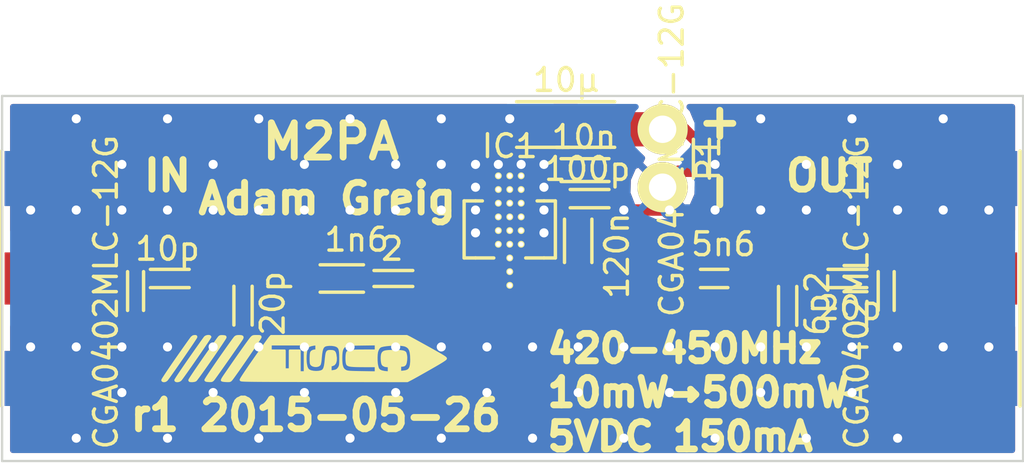
<source format=kicad_pcb>
(kicad_pcb (version 4) (host pcbnew 0.201505031001+5637~23~ubuntu14.04.1-product)

  (general
    (links 58)
    (no_connects 0)
    (area 114.08481 77.175 164.015191 95.050001)
    (thickness 1.6)
    (drawings 15)
    (tracks 244)
    (zones 0)
    (modules 19)
    (nets 10)
  )

  (page A4)
  (title_block
    (title "Martlet 2 RF PA")
    (date "Sat 23 May 2015")
    (rev 1)
    (company "Cambridge University Spaceflight")
    (comment 1 "Drawn By: Adam Greig")
  )

  (layers
    (0 F.Cu signal)
    (31 B.Cu signal hide)
    (32 B.Adhes user)
    (33 F.Adhes user)
    (34 B.Paste user)
    (35 F.Paste user)
    (36 B.SilkS user)
    (37 F.SilkS user)
    (38 B.Mask user)
    (39 F.Mask user)
    (40 Dwgs.User user)
    (41 Cmts.User user)
    (42 Eco1.User user)
    (43 Eco2.User user)
    (44 Edge.Cuts user)
    (45 Margin user)
    (46 B.CrtYd user)
    (47 F.CrtYd user)
    (48 B.Fab user)
    (49 F.Fab user)
  )

  (setup
    (last_trace_width 0.5)
    (user_trace_width 0.2)
    (user_trace_width 0.28)
    (user_trace_width 0.3)
    (user_trace_width 0.4)
    (user_trace_width 0.5)
    (user_trace_width 0.8)
    (user_trace_width 1)
    (user_trace_width 1.2)
    (user_trace_width 1.5)
    (user_trace_width 2)
    (trace_clearance 0.2)
    (zone_clearance 0.3)
    (zone_45_only no)
    (trace_min 0.2)
    (segment_width 0.6)
    (edge_width 0.1)
    (via_size 0.8)
    (via_drill 0.4)
    (via_min_size 0.8)
    (via_min_drill 0.4)
    (user_via 0.8 0.4)
    (user_via 1 0.6)
    (uvia_size 0.3)
    (uvia_drill 0.1)
    (uvias_allowed no)
    (uvia_min_size 0.2)
    (uvia_min_drill 0.1)
    (pcb_text_width 0.3)
    (pcb_text_size 1.5 1.5)
    (mod_edge_width 0.15)
    (mod_text_size 1 1)
    (mod_text_width 0.15)
    (pad_size 0.6 0.6)
    (pad_drill 0)
    (pad_to_mask_clearance 0)
    (aux_axis_origin 0 0)
    (visible_elements FFFFFF5F)
    (pcbplotparams
      (layerselection 0x010f0_80000001)
      (usegerberextensions true)
      (excludeedgelayer true)
      (linewidth 0.100000)
      (plotframeref false)
      (viasonmask false)
      (mode 1)
      (useauxorigin false)
      (hpglpennumber 1)
      (hpglpenspeed 20)
      (hpglpendiameter 15)
      (hpglpenoverlay 2)
      (psnegative false)
      (psa4output false)
      (plotreference false)
      (plotvalue false)
      (plotinvisibletext false)
      (padsonsilk false)
      (subtractmaskfromsilk false)
      (outputformat 1)
      (mirror false)
      (drillshape 0)
      (scaleselection 1)
      (outputdirectory gerbers/))
  )

  (net 0 "")
  (net 1 "Net-(C1-Pad1)")
  (net 2 "Net-(C1-Pad2)")
  (net 3 GND)
  (net 4 +5V)
  (net 5 "Net-(C5-Pad2)")
  (net 6 "Net-(C7-Pad2)")
  (net 7 "Net-(IC1-Pad1)")
  (net 8 "Net-(IC1-Pad3)")
  (net 9 "Net-(L1-Pad1)")

  (net_class Default "This is the default net class."
    (clearance 0.2)
    (trace_width 0.25)
    (via_dia 0.8)
    (via_drill 0.4)
    (uvia_dia 0.3)
    (uvia_drill 0.1)
    (add_net +5V)
    (add_net GND)
    (add_net "Net-(C1-Pad1)")
    (add_net "Net-(C1-Pad2)")
    (add_net "Net-(C5-Pad2)")
    (add_net "Net-(C7-Pad2)")
    (add_net "Net-(IC1-Pad1)")
    (add_net "Net-(IC1-Pad3)")
    (add_net "Net-(L1-Pad1)")
  )

  (module m2pa:C0402 (layer F.Cu) (tedit 53CD9C5E) (tstamp 55607FF7)
    (at 124.6 87 180)
    (path /537B564F)
    (fp_text reference C1 (at 0.4 -1.25 180) (layer F.SilkS) hide
      (effects (font (size 1 1) (thickness 0.15)))
    )
    (fp_text value 10p (at 0.6 1.3 180) (layer F.SilkS)
      (effects (font (size 1 1) (thickness 0.15)))
    )
    (fp_line (start -0.35 0.4) (end 1.35 0.4) (layer F.SilkS) (width 0.15))
    (fp_line (start -0.35 -0.4) (end 1.35 -0.4) (layer F.SilkS) (width 0.15))
    (pad 1 smd rect (at 0 0 180) (size 0.6 0.6) (layers F.Cu F.Paste F.Mask)
      (net 1 "Net-(C1-Pad1)"))
    (pad 2 smd rect (at 1 0 180) (size 0.6 0.6) (layers F.Cu F.Paste F.Mask)
      (net 2 "Net-(C1-Pad2)"))
  )

  (module m2pa:C0402 locked (layer F.Cu) (tedit 55609496) (tstamp 55607FFF)
    (at 127.31 88.69 90)
    (path /537B56E0)
    (fp_text reference C2 (at 0.4 -1.25 90) (layer F.SilkS) hide
      (effects (font (size 1 1) (thickness 0.15)))
    )
    (fp_text value 20p (at 0.6 1.3 90) (layer F.SilkS)
      (effects (font (size 1 1) (thickness 0.15)))
    )
    (fp_line (start -0.35 0.4) (end 1.35 0.4) (layer F.SilkS) (width 0.15))
    (fp_line (start -0.35 -0.4) (end 1.35 -0.4) (layer F.SilkS) (width 0.15))
    (pad 1 smd rect (at 0 0 90) (size 0.6 0.6) (layers F.Cu F.Paste F.Mask)
      (net 3 GND) (zone_connect 2))
    (pad 2 smd rect (at 1 0 90) (size 0.6 0.6) (layers F.Cu F.Paste F.Mask)
      (net 1 "Net-(C1-Pad1)"))
  )

  (module m2pa:C0402 (layer F.Cu) (tedit 53CD9C5E) (tstamp 55608007)
    (at 143 83.5 180)
    (path /537B5BFF)
    (fp_text reference C3 (at 0.4 -1.25 180) (layer F.SilkS) hide
      (effects (font (size 1 1) (thickness 0.15)))
    )
    (fp_text value 100p (at 0.6 1.3 180) (layer F.SilkS)
      (effects (font (size 1 1) (thickness 0.15)))
    )
    (fp_line (start -0.35 0.4) (end 1.35 0.4) (layer F.SilkS) (width 0.15))
    (fp_line (start -0.35 -0.4) (end 1.35 -0.4) (layer F.SilkS) (width 0.15))
    (pad 1 smd rect (at 0 0 180) (size 0.6 0.6) (layers F.Cu F.Paste F.Mask)
      (net 4 +5V))
    (pad 2 smd rect (at 1 0 180) (size 0.6 0.6) (layers F.Cu F.Paste F.Mask)
      (net 3 GND))
  )

  (module m2pa:C0603 (layer F.Cu) (tedit 53CD4DE5) (tstamp 5560800F)
    (at 143 82.25 180)
    (path /537B5C80)
    (fp_text reference C4 (at 0.7 -1.35 180) (layer F.SilkS) hide
      (effects (font (size 1 1) (thickness 0.15)))
    )
    (fp_text value 10n (at 0.75 1.45 180) (layer F.SilkS)
      (effects (font (size 1 1) (thickness 0.15)))
    )
    (fp_line (start 1.75 0.5) (end -0.35 0.5) (layer F.SilkS) (width 0.15))
    (fp_line (start -0.35 -0.5) (end 1.75 -0.5) (layer F.SilkS) (width 0.15))
    (pad 1 smd rect (at 0 0 180) (size 0.7 0.8) (layers F.Cu F.Paste F.Mask)
      (net 4 +5V))
    (pad 2 smd rect (at 1.4 0 180) (size 0.7 0.8) (layers F.Cu F.Paste F.Mask)
      (net 3 GND))
  )

  (module m2pa:C0402 locked (layer F.Cu) (tedit 5560948F) (tstamp 55608017)
    (at 151.18 88.7 90)
    (path /537B5A1A)
    (fp_text reference C5 (at 0.4 -1.25 90) (layer F.SilkS) hide
      (effects (font (size 1 1) (thickness 0.15)))
    )
    (fp_text value 6p2 (at 0.6 1.3 90) (layer F.SilkS)
      (effects (font (size 1 1) (thickness 0.15)))
    )
    (fp_line (start -0.35 0.4) (end 1.35 0.4) (layer F.SilkS) (width 0.15))
    (fp_line (start -0.35 -0.4) (end 1.35 -0.4) (layer F.SilkS) (width 0.15))
    (pad 1 smd rect (at 0 0 90) (size 0.6 0.6) (layers F.Cu F.Paste F.Mask)
      (net 3 GND) (zone_connect 2))
    (pad 2 smd rect (at 1 0 90) (size 0.6 0.6) (layers F.Cu F.Paste F.Mask)
      (net 5 "Net-(C5-Pad2)"))
  )

  (module m2pa:C1206 (layer F.Cu) (tedit 53CD9DEC) (tstamp 5560801F)
    (at 143 80.25 180)
    (path /537BBE5B)
    (fp_text reference C6 (at 1.4 -1.85 180) (layer F.SilkS) hide
      (effects (font (size 1 1) (thickness 0.15)))
    )
    (fp_text value 10µ (at 1.5 1.95 180) (layer F.SilkS)
      (effects (font (size 1 1) (thickness 0.15)))
    )
    (fp_line (start -0.6 1) (end 3.7 1) (layer F.SilkS) (width 0.15))
    (fp_line (start -0.6 -1) (end 3.7 -1) (layer F.SilkS) (width 0.15))
    (pad 1 smd rect (at 0 0 180) (size 1.2 1.7) (layers F.Cu F.Paste F.Mask)
      (net 4 +5V))
    (pad 2 smd rect (at 3.1 0 180) (size 1.2 1.7) (layers F.Cu F.Paste F.Mask)
      (net 3 GND))
  )

  (module m2pa:C0402 (layer F.Cu) (tedit 53CD9C5E) (tstamp 55608027)
    (at 153.3 87)
    (path /537B5AA3)
    (fp_text reference C7 (at 0.4 -1.25) (layer F.SilkS) hide
      (effects (font (size 1 1) (thickness 0.15)))
    )
    (fp_text value 20p (at 0.6 1.3) (layer F.SilkS)
      (effects (font (size 1 1) (thickness 0.15)))
    )
    (fp_line (start -0.35 0.4) (end 1.35 0.4) (layer F.SilkS) (width 0.15))
    (fp_line (start -0.35 -0.4) (end 1.35 -0.4) (layer F.SilkS) (width 0.15))
    (pad 1 smd rect (at 0 0) (size 0.6 0.6) (layers F.Cu F.Paste F.Mask)
      (net 5 "Net-(C5-Pad2)"))
    (pad 2 smd rect (at 1 0) (size 0.6 0.6) (layers F.Cu F.Paste F.Mask)
      (net 6 "Net-(C7-Pad2)"))
  )

  (module m2pa:R0402 (layer F.Cu) (tedit 53CDA370) (tstamp 5560802F)
    (at 122.6 87 270)
    (path /55607F4A)
    (fp_text reference D1 (at 0.4 -1.25 270) (layer F.SilkS) hide
      (effects (font (size 1 1) (thickness 0.15)))
    )
    (fp_text value CGA0402MLC-12G (at 0.6 1.3 270) (layer F.SilkS)
      (effects (font (size 1 1) (thickness 0.15)))
    )
    (fp_line (start -0.3 0.35) (end 1.4 0.35) (layer F.SilkS) (width 0.15))
    (fp_line (start -0.3 -0.35) (end 1.4 -0.35) (layer F.SilkS) (width 0.15))
    (pad 1 smd rect (at 0 0 270) (size 0.6 0.5) (layers F.Cu F.Paste F.Mask)
      (net 2 "Net-(C1-Pad2)"))
    (pad 2 smd rect (at 1.1 0 270) (size 0.6 0.5) (layers F.Cu F.Paste F.Mask)
      (net 3 GND))
  )

  (module m2pa:R0402 (layer F.Cu) (tedit 53CDA370) (tstamp 55608037)
    (at 155.5 87 270)
    (path /53D02CEB)
    (fp_text reference D2 (at 0.4 -1.25 270) (layer F.SilkS) hide
      (effects (font (size 1 1) (thickness 0.15)))
    )
    (fp_text value CGA0402MLC-12G (at 0.6 1.3 270) (layer F.SilkS)
      (effects (font (size 1 1) (thickness 0.15)))
    )
    (fp_line (start -0.3 0.35) (end 1.4 0.35) (layer F.SilkS) (width 0.15))
    (fp_line (start -0.3 -0.35) (end 1.4 -0.35) (layer F.SilkS) (width 0.15))
    (pad 1 smd rect (at 0 0 270) (size 0.6 0.5) (layers F.Cu F.Paste F.Mask)
      (net 6 "Net-(C7-Pad2)"))
    (pad 2 smd rect (at 1.1 0 270) (size 0.6 0.5) (layers F.Cu F.Paste F.Mask)
      (net 3 GND))
  )

  (module m2pa:L0603 locked (layer F.Cu) (tedit 53CD4A11) (tstamp 55608068)
    (at 132.29 87 180)
    (path /537BE636)
    (fp_text reference L1 (at 0 -1.6 180) (layer F.SilkS) hide
      (effects (font (size 1 1) (thickness 0.15)))
    )
    (fp_text value 1n6 (at 0 1.7 180) (layer F.SilkS)
      (effects (font (size 1 1) (thickness 0.15)))
    )
    (fp_line (start -0.3 0.6) (end 1.6 0.6) (layer F.SilkS) (width 0.15))
    (fp_line (start -0.3 -0.6) (end 1.6 -0.6) (layer F.SilkS) (width 0.15))
    (pad 1 smd rect (at 0 0 180) (size 0.64 1.02) (layers F.Cu F.Paste F.Mask)
      (net 9 "Net-(L1-Pad1)"))
    (pad 2 smd rect (at 1.28 0 180) (size 0.64 1.02) (layers F.Cu F.Paste F.Mask)
      (net 1 "Net-(C1-Pad1)"))
  )

  (module m2pa:L0603 (layer F.Cu) (tedit 53CD4A11) (tstamp 55608070)
    (at 142 86 90)
    (path /537BE815)
    (fp_text reference L2 (at 0 -1.6 90) (layer F.SilkS) hide
      (effects (font (size 1 1) (thickness 0.15)))
    )
    (fp_text value 120n (at 0 1.7 90) (layer F.SilkS)
      (effects (font (size 1 1) (thickness 0.15)))
    )
    (fp_line (start -0.3 0.6) (end 1.6 0.6) (layer F.SilkS) (width 0.15))
    (fp_line (start -0.3 -0.6) (end 1.6 -0.6) (layer F.SilkS) (width 0.15))
    (pad 1 smd rect (at 0 0 90) (size 0.64 1.02) (layers F.Cu F.Paste F.Mask)
      (net 8 "Net-(IC1-Pad3)"))
    (pad 2 smd rect (at 1.28 0 90) (size 0.64 1.02) (layers F.Cu F.Paste F.Mask)
      (net 4 +5V))
  )

  (module m2pa:L0402 locked (layer F.Cu) (tedit 53CD4996) (tstamp 55608078)
    (at 148.36 87 180)
    (path /537BEED9)
    (fp_text reference L3 (at 0 -1.4 180) (layer F.SilkS) hide
      (effects (font (size 1 1) (thickness 0.15)))
    )
    (fp_text value 5n6 (at 0 1.5 180) (layer F.SilkS)
      (effects (font (size 1 1) (thickness 0.15)))
    )
    (fp_line (start -0.2 0.4) (end 1 0.4) (layer F.SilkS) (width 0.15))
    (fp_line (start -0.2 -0.4) (end 1 -0.4) (layer F.SilkS) (width 0.15))
    (pad 1 smd rect (at 0 0 180) (size 0.36 0.66) (layers F.Cu F.Paste F.Mask)
      (net 5 "Net-(C5-Pad2)"))
    (pad 2 smd rect (at 0.82 0 180) (size 0.36 0.66) (layers F.Cu F.Paste F.Mask)
      (net 8 "Net-(IC1-Pad3)"))
  )

  (module m2pa:R0402 locked (layer F.Cu) (tedit 53CDA370) (tstamp 556080A8)
    (at 134.45 87 180)
    (path /537BE047)
    (fp_text reference R1 (at 0.4 -1.25 180) (layer F.SilkS) hide
      (effects (font (size 1 1) (thickness 0.15)))
    )
    (fp_text value 2 (at 0.6 1.3 180) (layer F.SilkS)
      (effects (font (size 1 1) (thickness 0.15)))
    )
    (fp_line (start -0.3 0.35) (end 1.4 0.35) (layer F.SilkS) (width 0.15))
    (fp_line (start -0.3 -0.35) (end 1.4 -0.35) (layer F.SilkS) (width 0.15))
    (pad 1 smd rect (at 0 0 180) (size 0.6 0.5) (layers F.Cu F.Paste F.Mask)
      (net 7 "Net-(IC1-Pad1)"))
    (pad 2 smd rect (at 1.1 0 180) (size 0.6 0.5) (layers F.Cu F.Paste F.Mask)
      (net 9 "Net-(L1-Pad1)"))
  )

  (module m2pa:R0402 (layer F.Cu) (tedit 53CDA370) (tstamp 556089EF)
    (at 147.4 81.2 270)
    (path /55608B21)
    (fp_text reference D3 (at 0.4 -1.25 270) (layer F.SilkS) hide
      (effects (font (size 1 1) (thickness 0.15)))
    )
    (fp_text value CGA0402MLC-12G (at 0.6 1.3 270) (layer F.SilkS)
      (effects (font (size 1 1) (thickness 0.15)))
    )
    (fp_line (start -0.3 0.35) (end 1.4 0.35) (layer F.SilkS) (width 0.15))
    (fp_line (start -0.3 -0.35) (end 1.4 -0.35) (layer F.SilkS) (width 0.15))
    (pad 1 smd rect (at 0 0 270) (size 0.6 0.5) (layers F.Cu F.Paste F.Mask)
      (net 4 +5V))
    (pad 2 smd rect (at 1.1 0 270) (size 0.6 0.5) (layers F.Cu F.Paste F.Mask)
      (net 3 GND))
  )

  (module m2pa:SMA-142-0701-801 (layer F.Cu) (tedit 55609D61) (tstamp 556080A0)
    (at 158.7 87 270)
    (path /537B7B92)
    (fp_text reference P3 (at 0 -4.064 270) (layer F.SilkS) hide
      (effects (font (size 1 1) (thickness 0.15)))
    )
    (fp_text value SMA (at -3.556 3.81 270) (layer F.SilkS) hide
      (effects (font (size 1 1) (thickness 0.15)))
    )
    (fp_line (start -5.588 -2.667) (end 5.588 -2.667) (layer F.SilkS) (width 0.15))
    (pad 1 smd rect (at 0 0 270) (size 2.286 5.08) (layers F.Cu F.Mask)
      (net 6 "Net-(C7-Pad2)") (zone_connect 2))
    (pad 2 smd rect (at -4.3815 0 270) (size 2.413 5.08) (layers F.Cu F.Mask)
      (net 3 GND) (zone_connect 2))
    (pad 3 smd rect (at 4.3815 0 270) (size 2.413 5.08) (layers F.Cu F.Mask)
      (net 3 GND) (zone_connect 2))
    (pad 4 smd rect (at -4.3815 0 270) (size 2.413 5.08) (layers B.Cu B.Mask)
      (net 3 GND) (zone_connect 2))
    (pad 5 smd rect (at 4.3815 0 270) (size 2.413 5.08) (layers B.Cu B.Mask)
      (net 3 GND) (zone_connect 2))
  )

  (module m2pa:SMA-142-0701-801 (layer F.Cu) (tedit 55609D61) (tstamp 55608096)
    (at 119.4 87 90)
    (path /555D1B9C)
    (fp_text reference P2 (at 0 -4.064 90) (layer F.SilkS) hide
      (effects (font (size 1 1) (thickness 0.15)))
    )
    (fp_text value SMA (at -3.556 3.81 90) (layer F.SilkS) hide
      (effects (font (size 1 1) (thickness 0.15)))
    )
    (fp_line (start -5.588 -2.667) (end 5.588 -2.667) (layer F.SilkS) (width 0.15))
    (pad 1 smd rect (at 0 0 90) (size 2.286 5.08) (layers F.Cu F.Mask)
      (net 2 "Net-(C1-Pad2)") (zone_connect 2))
    (pad 2 smd rect (at -4.3815 0 90) (size 2.413 5.08) (layers F.Cu F.Mask)
      (net 3 GND) (zone_connect 2))
    (pad 3 smd rect (at 4.3815 0 90) (size 2.413 5.08) (layers F.Cu F.Mask)
      (net 3 GND) (zone_connect 2))
    (pad 4 smd rect (at -4.3815 0 90) (size 2.413 5.08) (layers B.Cu B.Mask)
      (net 3 GND) (zone_connect 2))
    (pad 5 smd rect (at 4.3815 0 90) (size 2.413 5.08) (layers B.Cu B.Mask)
      (net 3 GND) (zone_connect 2))
  )

  (module m2pa:SOT89-3 (layer F.Cu) (tedit 5560A450) (tstamp 55608060)
    (at 139 87)
    (path /53792B5C)
    (fp_text reference IC1 (at 0 -5.8) (layer F.SilkS)
      (effects (font (size 1 1) (thickness 0.15)))
    )
    (fp_text value ADL5324 (at 0 1.8) (layer F.SilkS) hide
      (effects (font (size 1 1) (thickness 0.15)))
    )
    (fp_line (start 1.5 -0.9) (end 2 -0.9) (layer F.SilkS) (width 0.15))
    (fp_line (start 2 -0.9) (end 2 -3.4) (layer F.SilkS) (width 0.15))
    (fp_line (start 2 -3.4) (end 1.5 -3.4) (layer F.SilkS) (width 0.15))
    (fp_line (start -1.5 -3.4) (end -2 -3.4) (layer F.SilkS) (width 0.15))
    (fp_line (start -2 -3.4) (end -2 -0.9) (layer F.SilkS) (width 0.15))
    (fp_line (start -2 -0.9) (end -1.5 -0.9) (layer F.SilkS) (width 0.15))
    (fp_line (start 1.5 -0.9) (end 0.7 -0.9) (layer F.SilkS) (width 0.15))
    (fp_line (start -1.5 -0.9) (end -0.7 -0.9) (layer F.SilkS) (width 0.15))
    (fp_line (start 1.2 -3.4) (end 1.5 -3.4) (layer F.SilkS) (width 0.15))
    (fp_line (start -1.5 -3.4) (end -1.2 -3.4) (layer F.SilkS) (width 0.15))
    (pad 2 smd rect (at 0 -0.3 180) (size 0.9 1.9) (layers F.Cu F.Paste F.Mask)
      (net 3 GND) (zone_connect 2))
    (pad 1 smd rect (at -1.5 0 180) (size 0.9 1.3) (layers F.Cu F.Paste F.Mask)
      (net 7 "Net-(IC1-Pad1)"))
    (pad 3 smd rect (at 1.5 0 180) (size 0.9 1.3) (layers F.Cu F.Paste F.Mask)
      (net 8 "Net-(IC1-Pad3)"))
    (pad 2 smd rect (at 0 -3 180) (size 1.8 3.5) (layers F.Cu F.Paste F.Mask)
      (net 3 GND) (zone_connect 2))
    (pad 2 thru_hole circle (at 0 -0.3 180) (size 0.3 0.3) (drill 0.2) (layers *.Cu F.SilkS F.Mask)
      (net 3 GND) (zone_connect 2))
    (pad 2 thru_hole circle (at 0 0.3 180) (size 0.3 0.3) (drill 0.2) (layers *.Cu F.SilkS F.Mask)
      (net 3 GND) (zone_connect 2))
    (pad 2 thru_hole circle (at 0 -0.9 180) (size 0.3 0.3) (drill 0.2) (layers *.Cu F.SilkS F.Mask)
      (net 3 GND) (zone_connect 2))
    (pad 2 thru_hole circle (at 0 -1.5 180) (size 0.3 0.3) (drill 0.2) (layers *.Cu F.SilkS F.Mask)
      (net 3 GND) (zone_connect 2))
    (pad 2 thru_hole circle (at 0 -2.1 180) (size 0.3 0.3) (drill 0.2) (layers *.Cu F.SilkS F.Mask)
      (net 3 GND) (zone_connect 2))
    (pad 2 thru_hole circle (at 0 -2.7 180) (size 0.3 0.3) (drill 0.2) (layers *.Cu F.SilkS F.Mask)
      (net 3 GND) (zone_connect 2))
    (pad 2 thru_hole circle (at 0 -3.3 180) (size 0.3 0.3) (drill 0.2) (layers *.Cu F.SilkS F.Mask)
      (net 3 GND) (zone_connect 2))
    (pad 2 thru_hole circle (at 0 -3.9 180) (size 0.3 0.3) (drill 0.2) (layers *.Cu F.SilkS F.Mask)
      (net 3 GND) (zone_connect 2))
    (pad 2 thru_hole circle (at 0 -4.5 180) (size 0.3 0.3) (drill 0.2) (layers *.Cu F.SilkS F.Mask)
      (net 3 GND) (zone_connect 2))
    (pad 2 thru_hole circle (at 0.5 -1.5 180) (size 0.3 0.3) (drill 0.2) (layers *.Cu F.SilkS F.Mask)
      (net 3 GND) (zone_connect 2))
    (pad 2 thru_hole circle (at 0.5 -2.1 180) (size 0.3 0.3) (drill 0.2) (layers *.Cu F.SilkS F.Mask)
      (net 3 GND) (zone_connect 2))
    (pad 2 thru_hole circle (at 0.5 -2.7 180) (size 0.3 0.3) (drill 0.2) (layers *.Cu F.SilkS F.Mask)
      (net 3 GND) (zone_connect 2))
    (pad 2 thru_hole circle (at 0.5 -3.3 180) (size 0.3 0.3) (drill 0.2) (layers *.Cu F.SilkS F.Mask)
      (net 3 GND) (zone_connect 2))
    (pad 2 thru_hole circle (at 0.5 -3.9 180) (size 0.3 0.3) (drill 0.2) (layers *.Cu F.SilkS F.Mask)
      (net 3 GND) (zone_connect 2))
    (pad 2 thru_hole circle (at -0.5 -3.9 180) (size 0.3 0.3) (drill 0.2) (layers *.Cu F.SilkS F.Mask)
      (net 3 GND) (zone_connect 2))
    (pad 2 thru_hole circle (at -0.5 -3.3 180) (size 0.3 0.3) (drill 0.2) (layers *.Cu F.SilkS F.Mask)
      (net 3 GND) (zone_connect 2))
    (pad 2 thru_hole circle (at -0.5 -2.7 180) (size 0.3 0.3) (drill 0.2) (layers *.Cu F.SilkS F.Mask)
      (net 3 GND) (zone_connect 2))
    (pad 2 thru_hole circle (at -0.5 -2.1 180) (size 0.3 0.3) (drill 0.2) (layers *.Cu F.SilkS F.Mask)
      (net 3 GND) (zone_connect 2))
    (pad 2 thru_hole circle (at -0.5 -1.5 180) (size 0.3 0.3) (drill 0.2) (layers *.Cu F.SilkS F.Mask)
      (net 3 GND) (zone_connect 2))
    (pad 2 thru_hole circle (at -0.5 -4.5 180) (size 0.3 0.3) (drill 0.2) (layers *.Cu F.SilkS F.Mask)
      (net 3 GND) (zone_connect 2))
    (pad 2 thru_hole circle (at 0.5 -4.5 180) (size 0.3 0.3) (drill 0.2) (layers *.Cu F.SilkS F.Mask)
      (net 3 GND) (zone_connect 2))
    (pad 2 smd rect (at 0 -3 180) (size 1.8 3.5) (layers B.Cu)
      (net 3 GND) (zone_connect 2))
    (pad 2 smd rect (at 0 -0.3 180) (size 0.9 1.9) (layers B.Cu)
      (net 3 GND) (zone_connect 2))
  )

  (module m2pa:cusf_logo_small (layer F.Cu) (tedit 0) (tstamp 5560CEAD)
    (at 130 90.5 270)
    (fp_text reference G*** (at 0 0 270) (layer F.SilkS) hide
      (effects (font (thickness 0.3)))
    )
    (fp_text value LOGO (at 0.75 0 270) (layer F.SilkS) hide
      (effects (font (thickness 0.3)))
    )
    (fp_poly (pts (xy 0.995736 6.138875) (xy 0.993366 6.187746) (xy 0.972523 6.218489) (xy 0.954842 6.223)
      (xy 0.930121 6.211207) (xy 0.874208 6.177355) (xy 0.790543 6.123733) (xy 0.682563 6.052633)
      (xy 0.553707 5.966343) (xy 0.407414 5.867155) (xy 0.247121 5.757357) (xy 0.076267 5.63924)
      (xy 0.0288 5.60624) (xy -0.145473 5.484672) (xy -0.310662 5.368944) (xy -0.46321 5.26158)
      (xy -0.59956 5.165108) (xy -0.716156 5.082054) (xy -0.809441 5.014943) (xy -0.875858 4.966302)
      (xy -0.911851 4.938657) (xy -0.915458 4.93553) (xy -0.961704 4.873875) (xy -0.973666 4.808989)
      (xy -0.9702 4.760576) (xy -0.95438 4.743531) (xy -0.925712 4.745565) (xy -0.901117 4.75881)
      (xy -0.845893 4.793668) (xy -0.764029 4.847387) (xy -0.659512 4.917211) (xy -0.536331 5.000388)
      (xy -0.398474 5.094163) (xy -0.24993 5.195783) (xy -0.094686 5.302495) (xy 0.06327 5.411543)
      (xy 0.219948 5.520175) (xy 0.371361 5.625637) (xy 0.513521 5.725175) (xy 0.64244 5.816035)
      (xy 0.754128 5.895464) (xy 0.844598 5.960707) (xy 0.909862 6.009012) (xy 0.945932 6.037623)
      (xy 0.947209 6.03877) (xy 0.98017 6.084882) (xy 0.995736 6.138875) (xy 0.995736 6.138875)) (layer F.SilkS) (width 0.1))
    (fp_poly (pts (xy 0.996748 5.594801) (xy 0.983434 5.636726) (xy 0.957253 5.6515) (xy 0.933072 5.639695)
      (xy 0.877671 5.605795) (xy 0.794447 5.552075) (xy 0.686797 5.480809) (xy 0.558118 5.39427)
      (xy 0.411806 5.294732) (xy 0.251259 5.184469) (xy 0.079873 5.065756) (xy 0.020628 5.024494)
      (xy -0.154397 4.902236) (xy -0.319999 4.786186) (xy -0.472711 4.678802) (xy -0.609064 4.582539)
      (xy -0.72559 4.499853) (xy -0.81882 4.433202) (xy -0.885286 4.385041) (xy -0.92152 4.357826)
      (xy -0.926041 4.354055) (xy -0.955331 4.310728) (xy -0.972459 4.25345) (xy -0.976654 4.195206)
      (xy -0.967148 4.148978) (xy -0.943166 4.127751) (xy -0.939492 4.1275) (xy -0.916685 4.139257)
      (xy -0.863234 4.172714) (xy -0.783073 4.225147) (xy -0.680136 4.293835) (xy -0.558359 4.376054)
      (xy -0.421674 4.469082) (xy -0.274018 4.570196) (xy -0.119323 4.676674) (xy 0.038476 4.785792)
      (xy 0.195444 4.894828) (xy 0.347647 5.00106) (xy 0.491151 5.101765) (xy 0.622021 5.194219)
      (xy 0.736324 5.275701) (xy 0.830124 5.343488) (xy 0.899488 5.394856) (xy 0.94048 5.427085)
      (xy 0.947209 5.433151) (xy 0.978047 5.48023) (xy 0.994756 5.538374) (xy 0.996748 5.594801)
      (xy 0.996748 5.594801)) (layer F.SilkS) (width 0.1))
    (fp_poly (pts (xy 0.994834 4.92596) (xy 0.992604 4.99205) (xy 0.983617 5.025823) (xy 0.964423 5.037161)
      (xy 0.955856 5.037667) (xy 0.931394 5.025859) (xy 0.875726 4.991954) (xy 0.792258 4.938228)
      (xy 0.684395 4.866958) (xy 0.555543 4.780421) (xy 0.409109 4.680891) (xy 0.248499 4.570647)
      (xy 0.077118 4.451965) (xy 0.019231 4.411651) (xy -0.155708 4.289432) (xy -0.321253 4.173358)
      (xy -0.473926 4.065897) (xy -0.610252 3.969514) (xy -0.726754 3.886676) (xy -0.819954 3.81985)
      (xy -0.886377 3.771503) (xy -0.922544 3.744102) (xy -0.926962 3.740346) (xy -0.955611 3.70654)
      (xy -0.968768 3.665392) (xy -0.970376 3.601774) (xy -0.969295 3.577904) (xy -0.963838 3.510443)
      (xy -0.95382 3.475413) (xy -0.934935 3.462911) (xy -0.918919 3.462059) (xy -0.893421 3.474166)
      (xy -0.837446 3.50812) (xy -0.754968 3.561161) (xy -0.64996 3.630532) (xy -0.526394 3.713472)
      (xy -0.388244 3.807225) (xy -0.239481 3.90903) (xy -0.08408 4.01613) (xy 0.073989 4.125765)
      (xy 0.230751 4.235178) (xy 0.382233 4.341609) (xy 0.524464 4.4423) (xy 0.653471 4.534492)
      (xy 0.76528 4.615426) (xy 0.855919 4.682344) (xy 0.921415 4.732487) (xy 0.957795 4.763097)
      (xy 0.963054 4.768881) (xy 0.983116 4.820395) (xy 0.993914 4.895912) (xy 0.994834 4.92596)
      (xy 0.994834 4.92596)) (layer F.SilkS) (width 0.1))
    (fp_poly (pts (xy 0.992199 4.113405) (xy 0.990412 4.189997) (xy 0.9904 4.190272) (xy 0.984093 4.270389)
      (xy 0.972762 4.315715) (xy 0.954411 4.333683) (xy 0.951719 4.334339) (xy 0.928535 4.323757)
      (xy 0.874105 4.291054) (xy 0.791802 4.238476) (xy 0.685 4.168269) (xy 0.55707 4.082678)
      (xy 0.411387 3.983947) (xy 0.251323 3.874322) (xy 0.08025 3.756048) (xy 0.020386 3.714408)
      (xy -0.154744 3.592031) (xy -0.320435 3.475523) (xy -0.47321 3.367378) (xy -0.609592 3.270093)
      (xy -0.726105 3.186161) (xy -0.819272 3.118078) (xy -0.885617 3.068339) (xy -0.921662 3.039438)
      (xy -0.926041 3.035211) (xy -0.95489 2.993263) (xy -0.969427 2.940578) (xy -0.973653 2.86207)
      (xy -0.973666 2.855655) (xy -0.968312 2.771067) (xy -0.950441 2.724355) (xy -0.917346 2.712216)
      (xy -0.870094 2.72929) (xy -0.838586 2.749033) (xy -0.776971 2.790191) (xy -0.689398 2.849854)
      (xy -0.580015 2.925113) (xy -0.452972 3.013058) (xy -0.312416 3.11078) (xy -0.162496 3.21537)
      (xy -0.007362 3.323918) (xy 0.148839 3.433514) (xy 0.301958 3.54125) (xy 0.447845 3.644215)
      (xy 0.582353 3.739501) (xy 0.701334 3.824198) (xy 0.800637 3.895396) (xy 0.876115 3.950187)
      (xy 0.923619 3.985661) (xy 0.937483 3.996937) (xy 0.969553 4.030826) (xy 0.986519 4.064998)
      (xy 0.992199 4.113405) (xy 0.992199 4.113405)) (layer F.SilkS) (width 0.1))
    (fp_poly (pts (xy 0.992455 3.363004) (xy 0.990416 3.431445) (xy 0.984431 3.521917) (xy 0.97447 3.584698)
      (xy 0.961685 3.612798) (xy 0.960424 3.613391) (xy 0.933054 3.60578) (xy 0.881077 3.578623)
      (xy 0.814195 3.537173) (xy 0.791091 3.521655) (xy 0.583644 3.379206) (xy 0.377312 3.236717)
      (xy 0.175343 3.096486) (xy -0.019017 2.960811) (xy -0.202519 2.831988) (xy -0.371917 2.712316)
      (xy -0.523963 2.604091) (xy -0.65541 2.509612) (xy -0.76301 2.431175) (xy -0.843516 2.371078)
      (xy -0.89368 2.331619) (xy -0.904875 2.321796) (xy -0.939572 2.286494) (xy -0.960073 2.253934)
      (xy -0.970102 2.211636) (xy -0.973385 2.147124) (xy -0.973666 2.091348) (xy -0.97293 2.00854)
      (xy -0.969045 1.959385) (xy -0.959501 1.935205) (xy -0.941787 1.927325) (xy -0.926041 1.926812)
      (xy -0.90183 1.938643) (xy -0.846984 1.972108) (xy -0.76549 2.024471) (xy -0.661329 2.093)
      (xy -0.538486 2.174959) (xy -0.400945 2.267614) (xy -0.252688 2.368231) (xy -0.097699 2.474075)
      (xy 0.060037 2.582413) (xy 0.216538 2.690509) (xy 0.36782 2.79563) (xy 0.509899 2.895042)
      (xy 0.638791 2.986008) (xy 0.750514 3.065797) (xy 0.841083 3.131672) (xy 0.906515 3.1809)
      (xy 0.9375 3.205949) (xy 0.966549 3.233609) (xy 0.983641 3.261543) (xy 0.9914 3.300943)
      (xy 0.992455 3.363004) (xy 0.992455 3.363004)) (layer F.SilkS) (width 0.1))
    (fp_poly (pts (xy 0.994954 -4.512126) (xy 0.989602 -0.864355) (xy 0.988922 -0.40392) (xy 0.988277 0.016045)
      (xy 0.987643 0.397406) (xy 0.986995 0.742026) (xy 0.986311 1.05177) (xy 0.985564 1.328502)
      (xy 0.98473 1.574087) (xy 0.983786 1.790388) (xy 0.982707 1.979271) (xy 0.981469 2.142598)
      (xy 0.980047 2.282235) (xy 0.978417 2.400047) (xy 0.976555 2.497896) (xy 0.974436 2.577648)
      (xy 0.972036 2.641166) (xy 0.96933 2.690315) (xy 0.966295 2.72696) (xy 0.962906 2.752965)
      (xy 0.959138 2.770193) (xy 0.954968 2.780509) (xy 0.950371 2.785778) (xy 0.945322 2.787864)
      (xy 0.941917 2.78838) (xy 0.914543 2.777381) (xy 0.854647 2.742682) (xy 0.763974 2.685439)
      (xy 0.644271 2.606807) (xy 0.619973 2.590463) (xy 0.619973 -3.704167) (xy 0.47932 -3.704167)
      (xy 0.338667 -3.704167) (xy 0.338667 -3.631461) (xy 0.326661 -3.534217) (xy 0.292835 -3.462218)
      (xy 0.256067 -3.430106) (xy 0.196567 -3.411154) (xy 0.110079 -3.398639) (xy 0.011547 -3.393206)
      (xy -0.084081 -3.395505) (xy -0.161859 -3.40618) (xy -0.179847 -3.411237) (xy -0.225411 -3.431516)
      (xy -0.260016 -3.461319) (xy -0.285128 -3.506146) (xy -0.302211 -3.571499) (xy -0.31273 -3.66288)
      (xy -0.318149 -3.78579) (xy -0.31991 -3.93731) (xy -0.318068 -4.100152) (xy -0.310808 -4.225172)
      (xy -0.297258 -4.316636) (xy -0.276542 -4.378812) (xy -0.247786 -4.415966) (xy -0.21889 -4.43041)
      (xy -0.126724 -4.45195) (xy -0.045144 -4.460393) (xy 0.047676 -4.457374) (xy 0.090214 -4.453584)
      (xy 0.19419 -4.437497) (xy 0.262451 -4.410432) (xy 0.301168 -4.36756) (xy 0.31651 -4.30405)
      (xy 0.3175 -4.275667) (xy 0.3175 -4.191) (xy 0.457981 -4.191) (xy 0.598463 -4.191)
      (xy 0.587767 -4.324248) (xy 0.570581 -4.442159) (xy 0.53731 -4.532926) (xy 0.483476 -4.599585)
      (xy 0.404605 -4.645171) (xy 0.296219 -4.672718) (xy 0.153842 -4.685261) (xy 0.052917 -4.686855)
      (xy -0.124376 -4.681019) (xy -0.265316 -4.663061) (xy -0.37467 -4.63091) (xy -0.457207 -4.582497)
      (xy -0.517697 -4.515751) (xy -0.560908 -4.428601) (xy -0.564409 -4.418837) (xy -0.585027 -4.329766)
      (xy -0.598139 -4.209513) (xy -0.604111 -4.067732) (xy -0.603308 -3.914082) (xy -0.596096 -3.75822)
      (xy -0.582841 -3.609802) (xy -0.563909 -3.478486) (xy -0.539663 -3.373929) (xy -0.523155 -3.32901)
      (xy -0.477635 -3.272119) (xy -0.401517 -3.221679) (xy -0.306533 -3.184794) (xy -0.271267 -3.176453)
      (xy -0.166129 -3.163052) (xy -0.036832 -3.157175) (xy 0.099129 -3.158807) (xy 0.224259 -3.167932)
      (xy 0.286727 -3.176972) (xy 0.36528 -3.194604) (xy 0.434836 -3.215469) (xy 0.467677 -3.228956)
      (xy 0.528915 -3.284066) (xy 0.573981 -3.376693) (xy 0.602049 -3.504897) (xy 0.607603 -3.55661)
      (xy 0.619973 -3.704167) (xy 0.619973 2.590463) (xy 0.61812 2.589217) (xy 0.61812 -3.132667)
      (xy 0.478393 -3.132667) (xy 0.338667 -3.132667) (xy 0.337745 -2.619375) (xy 0.33665 -2.425996)
      (xy 0.333839 -2.270419) (xy 0.328872 -2.148132) (xy 0.321308 -2.054622) (xy 0.310709 -1.985377)
      (xy 0.296632 -1.935886) (xy 0.27864 -1.901636) (xy 0.266312 -1.887053) (xy 0.226703 -1.869257)
      (xy 0.156521 -1.856971) (xy 0.067143 -1.850213) (xy -0.030053 -1.849004) (xy -0.123692 -1.853362)
      (xy -0.202396 -1.863308) (xy -0.25479 -1.878859) (xy -0.265339 -1.886147) (xy -0.286428 -1.913758)
      (xy -0.303157 -1.952899) (xy -0.315992 -2.008212) (xy -0.325403 -2.084342) (xy -0.331857 -2.185931)
      (xy -0.335821 -2.317624) (xy -0.337764 -2.484064) (xy -0.338162 -2.608792) (xy -0.338666 -3.132667)
      (xy -0.477927 -3.132667) (xy -0.617187 -3.132667) (xy -0.609824 -2.513542) (xy -0.607258 -2.327543)
      (xy -0.604279 -2.179067) (xy -0.600602 -2.063305) (xy -0.595941 -1.975447) (xy -0.590011 -1.910683)
      (xy -0.582527 -1.864203) (xy -0.573205 -1.831198) (xy -0.568735 -1.820333) (xy -0.515076 -1.733828)
      (xy -0.441206 -1.675442) (xy -0.343971 -1.638577) (xy -0.260895 -1.623921) (xy -0.149429 -1.614662)
      (xy -0.023186 -1.610927) (xy 0.104219 -1.612845) (xy 0.219171 -1.620544) (xy 0.300583 -1.632492)
      (xy 0.412066 -1.666588) (xy 0.491262 -1.717697) (xy 0.546869 -1.792221) (xy 0.562507 -1.825352)
      (xy 0.573915 -1.856978) (xy 0.583059 -1.895463) (xy 0.590287 -1.946013) (xy 0.59595 -2.013831)
      (xy 0.600396 -2.104121) (xy 0.603974 -2.222087) (xy 0.607034 -2.372933) (xy 0.609391 -2.524125)
      (xy 0.61812 -3.132667) (xy 0.61812 2.589217) (xy 0.613834 2.586334) (xy 0.613834 0.211667)
      (xy 0.613834 0.09525) (xy 0.613834 -0.021167) (xy 0.602885 -0.021167) (xy 0.602885 -0.512006)
      (xy 0.596344 -0.627817) (xy 0.576036 -0.727283) (xy 0.543535 -0.799314) (xy 0.534519 -0.810812)
      (xy 0.485633 -0.851877) (xy 0.417233 -0.883417) (xy 0.322492 -0.907544) (xy 0.194587 -0.926371)
      (xy 0.143502 -0.931825) (xy -0.006977 -0.947088) (xy -0.120529 -0.960581) (xy -0.202353 -0.974716)
      (xy -0.257646 -0.991909) (xy -0.291609 -1.014572) (xy -0.30944 -1.045122) (xy -0.316337 -1.085971)
      (xy -0.317499 -1.139534) (xy -0.3175 -1.145904) (xy -0.312103 -1.235298) (xy -0.291271 -1.292888)
      (xy -0.248039 -1.328348) (xy -0.175444 -1.351349) (xy -0.16851 -1.352866) (xy -0.020478 -1.374243)
      (xy 0.102417 -1.370514) (xy 0.197509 -1.342646) (xy 0.262129 -1.291606) (xy 0.293613 -1.21836)
      (xy 0.296334 -1.184338) (xy 0.300799 -1.162124) (xy 0.320344 -1.149639) (xy 0.364191 -1.144169)
      (xy 0.436878 -1.143) (xy 0.577423 -1.143) (xy 0.56499 -1.263463) (xy 0.542122 -1.374313)
      (xy 0.495978 -1.45597) (xy 0.420424 -1.517951) (xy 0.390218 -1.534583) (xy 0.351303 -1.551674)
      (xy 0.307719 -1.563526) (xy 0.251062 -1.571051) (xy 0.172928 -1.575161) (xy 0.064914 -1.576767)
      (xy 0 -1.576917) (xy -0.15977 -1.574556) (xy -0.283352 -1.56625) (xy -0.376693 -1.55016)
      (xy -0.445739 -1.524451) (xy -0.496435 -1.487285) (xy -0.534729 -1.436824) (xy -0.550727 -1.406769)
      (xy -0.579266 -1.317108) (xy -0.594622 -1.203787) (xy -0.596345 -1.08352) (xy -0.583984 -0.97302)
      (xy -0.564255 -0.904309) (xy -0.53354 -0.852161) (xy -0.486499 -0.810315) (xy -0.418299 -0.777187)
      (xy -0.324106 -0.751191) (xy -0.199089 -0.730742) (xy -0.038415 -0.714254) (xy 0.03175 -0.708788)
      (xy 0.122823 -0.699287) (xy 0.202133 -0.685868) (xy 0.25691 -0.670884) (xy 0.268886 -0.66511)
      (xy 0.309907 -0.616453) (xy 0.330261 -0.545136) (xy 0.331053 -0.464027) (xy 0.313384 -0.385994)
      (xy 0.278357 -0.323906) (xy 0.237059 -0.293763) (xy 0.191968 -0.285135) (xy 0.116739 -0.279581)
      (xy 0.023499 -0.277758) (xy -0.038948 -0.278818) (xy -0.13885 -0.282762) (xy -0.20555 -0.288357)
      (xy -0.248175 -0.297606) (xy -0.275856 -0.312513) (xy -0.297722 -0.335081) (xy -0.29824 -0.33572)
      (xy -0.327043 -0.392847) (xy -0.338666 -0.457428) (xy -0.338666 -0.529167) (xy -0.478689 -0.529167)
      (xy -0.618711 -0.529167) (xy -0.603806 -0.407458) (xy -0.576386 -0.273187) (xy -0.53152 -0.176983)
      (xy -0.468901 -0.118204) (xy -0.463802 -0.115453) (xy -0.377218 -0.084504) (xy -0.259589 -0.062034)
      (xy -0.121502 -0.048835) (xy 0.026457 -0.045701) (xy 0.173704 -0.053427) (xy 0.247369 -0.062129)
      (xy 0.374021 -0.088077) (xy 0.465506 -0.127674) (xy 0.528323 -0.187083) (xy 0.568971 -0.272468)
      (xy 0.593951 -0.389993) (xy 0.594086 -0.390941) (xy 0.602885 -0.512006) (xy 0.602885 -0.021167)
      (xy 0 -0.021167) (xy -0.613833 -0.021167) (xy -0.613833 0.73025) (xy -0.613833 1.481667)
      (xy -0.47625 1.481667) (xy -0.338666 1.481667) (xy -0.338666 1.17475) (xy -0.338666 0.867833)
      (xy 0.074084 0.867833) (xy 0.486834 0.867833) (xy 0.486834 0.751417) (xy 0.486834 0.635)
      (xy 0.074084 0.635) (xy -0.338666 0.635) (xy -0.338666 0.423333) (xy -0.338666 0.211667)
      (xy 0.137584 0.211667) (xy 0.613834 0.211667) (xy 0.613834 2.586334) (xy 0.497285 2.507942)
      (xy 0.324761 2.389998) (xy 0.128447 2.254132) (xy 0.021167 2.179316) (xy -0.152243 2.057837)
      (xy -0.316585 1.942206) (xy -0.468291 1.834969) (xy -0.603793 1.73867) (xy -0.719525 1.655855)
      (xy -0.81192 1.589068) (xy -0.877409 1.540855) (xy -0.912426 1.51376) (xy -0.915458 1.5111)
      (xy -0.973666 1.456911) (xy -0.973666 -1.515915) (xy -0.973666 -4.488741) (xy -0.918779 -4.599162)
      (xy -0.896427 -4.641945) (xy -0.856026 -4.716999) (xy -0.80015 -4.819626) (xy -0.731376 -4.945129)
      (xy -0.65228 -5.088808) (xy -0.565439 -5.245968) (xy -0.473428 -5.411909) (xy -0.448599 -5.456589)
      (xy -0.343033 -5.645957) (xy -0.255703 -5.801247) (xy -0.184669 -5.925595) (xy -0.127988 -6.022138)
      (xy -0.083721 -6.094014) (xy -0.049927 -6.144359) (xy -0.024663 -6.176311) (xy -0.00599 -6.193006)
      (xy 0.008034 -6.19758) (xy 0.009804 -6.197423) (xy 0.027764 -6.185613) (xy 0.055897 -6.152329)
      (xy 0.095809 -6.095027) (xy 0.149108 -6.011162) (xy 0.217398 -5.898191) (xy 0.302288 -5.75357)
      (xy 0.405383 -5.574755) (xy 0.428088 -5.535083) (xy 0.519916 -5.374026) (xy 0.609242 -5.216515)
      (xy 0.692818 -5.068337) (xy 0.767398 -4.935279) (xy 0.829735 -4.823128) (xy 0.876582 -4.737671)
      (xy 0.899107 -4.695521) (xy 0.994954 -4.512126) (xy 0.994954 -4.512126)) (layer F.SilkS) (width 0.1))
  )

  (module m2pa:2x1 (layer F.Cu) (tedit 5564CF2E) (tstamp 5560808C)
    (at 145.7 83 90)
    (path /55608520)
    (fp_text reference P1 (at 1.25 2 90) (layer F.SilkS)
      (effects (font (size 1 1) (thickness 0.15)))
    )
    (fp_text value CONN_01X02 (at 1.25 -2 90) (layer F.Fab)
      (effects (font (size 1 1) (thickness 0.15)))
    )
    (pad 1 thru_hole circle (at 0 0 90) (size 2.2 2.2) (drill 1.2) (layers *.Cu *.Mask F.SilkS)
      (net 3 GND))
    (pad 2 thru_hole circle (at 2.54 0 90) (size 2.2 2.2) (drill 1.2) (layers *.Cu *.Mask F.SilkS)
      (net 4 +5V))
  )

  (gr_line (start 116.75 79) (end 161.5 79) (angle 90) (layer Edge.Cuts) (width 0.1))
  (gr_line (start 116.75 95) (end 116.75 79) (angle 90) (layer Edge.Cuts) (width 0.1))
  (gr_line (start 161.5 95) (end 116.75 95) (angle 90) (layer Edge.Cuts) (width 0.1))
  (gr_text "Adam Greig" (at 131 83.5) (layer F.SilkS)
    (effects (font (size 1.3 1.3) (thickness 0.3)))
  )
  (gr_text "r1 2015-05-26" (at 130.5 93) (layer F.SilkS)
    (effects (font (size 1.3 1.3) (thickness 0.3)))
  )
  (gr_line (start 161.5 95) (end 161.5 79) (angle 90) (layer Edge.Cuts) (width 0.1))
  (gr_text OUT (at 153 82.5) (layer F.SilkS)
    (effects (font (size 1.3 1.3) (thickness 0.3)))
  )
  (gr_text IN (at 124 82.5) (layer F.SilkS)
    (effects (font (size 1.3 1.3) (thickness 0.3)))
  )
  (gr_text "420-450MHz\n10mW→500mW\n5VDC 150mA" (at 140.5 92) (layer F.SilkS)
    (effects (font (size 1.2 1.2) (thickness 0.3)) (justify left))
  )
  (gr_text "- +" (at 148.1 81.7 90) (layer F.SilkS)
    (effects (font (size 1.5 1.5) (thickness 0.3)))
  )
  (gr_text M2PA (at 128 81) (layer F.SilkS)
    (effects (font (size 1.5 1.5) (thickness 0.3)) (justify left))
  )
  (gr_line (start 149.5 87.7) (end 152.3 87.7) (angle 90) (layer F.Mask) (width 0.6) (tstamp 55609757))
  (gr_line (start 149.5 88.7) (end 152.3 88.7) (angle 90) (layer F.Mask) (width 0.6))
  (gr_line (start 125.7 87.7) (end 129.9 87.7) (angle 90) (layer F.Mask) (width 0.6) (tstamp 55609734))
  (gr_line (start 125.7 88.7) (end 129.9 88.7) (angle 90) (layer F.Mask) (width 0.6))

  (segment (start 127.2 87.1) (end 127.2 87) (width 0.3) (layer F.Cu) (net 1) (tstamp 5564C3EF))
  (segment (start 127.21 87.1) (end 127.2 87.1) (width 0.3) (layer F.Cu) (net 1) (tstamp 5564C3EE))
  (segment (start 127.31 87) (end 127.21 87.1) (width 0.3) (layer F.Cu) (net 1) (tstamp 5564C3ED))
  (segment (start 127.31 87.69) (end 127.31 87) (width 0.3) (layer F.Cu) (net 1))
  (segment (start 127.2 87) (end 125.2 87) (width 2) (layer F.Cu) (net 1) (tstamp 5564C3F0))
  (segment (start 125.2 87) (end 124.6 87) (width 0.3) (layer F.Cu) (net 1) (tstamp 5564C3CD))
  (segment (start 130.5 87) (end 127.2 87) (width 2) (layer F.Cu) (net 1) (tstamp 5564C3CB))
  (segment (start 131.01 87) (end 130.5 87) (width 0.5) (layer F.Cu) (net 1))
  (segment (start 122.6 87) (end 119.4 87) (width 0.8) (layer F.Cu) (net 2))
  (segment (start 123.6 87) (end 122.6 87) (width 0.8) (layer F.Cu) (net 2))
  (via (at 148 84) (size 0.8) (layers F.Cu B.Cu) (net 3))
  (segment (start 148 84) (end 146 84) (width 0.5) (layer B.Cu) (net 3) (tstamp 5564DC64))
  (segment (start 147.4 82.3) (end 146.4 82.3) (width 0.5) (layer F.Cu) (net 3))
  (segment (start 146.4 82.3) (end 145.7 83) (width 0.5) (layer F.Cu) (net 3) (tstamp 5564E02F))
  (segment (start 158.7 82.6185) (end 158.7 80.7) (width 0.5) (layer F.Cu) (net 3))
  (via (at 150 80) (size 0.8) (layers F.Cu B.Cu) (net 3))
  (segment (start 154 80) (end 150 80) (width 0.5) (layer F.Cu) (net 3) (tstamp 5564DCED))
  (via (at 154 80) (size 0.8) (layers F.Cu B.Cu) (net 3))
  (segment (start 158 80) (end 154 80) (width 0.5) (layer B.Cu) (net 3) (tstamp 5564DCEA))
  (via (at 158 80) (size 0.8) (layers F.Cu B.Cu) (net 3))
  (segment (start 158.7 80.7) (end 158 80) (width 0.5) (layer F.Cu) (net 3) (tstamp 5564DCE8))
  (segment (start 136 80) (end 139 80) (width 0.5) (layer B.Cu) (net 3))
  (segment (start 119.4 80.6) (end 120 80) (width 0.5) (layer F.Cu) (net 3) (tstamp 5564DCD3))
  (via (at 120 80) (size 0.8) (layers F.Cu B.Cu) (net 3))
  (segment (start 120 80) (end 124 80) (width 0.5) (layer B.Cu) (net 3) (tstamp 5564DCD5))
  (via (at 124 80) (size 0.8) (layers F.Cu B.Cu) (net 3))
  (segment (start 124 80) (end 128 80) (width 0.5) (layer F.Cu) (net 3) (tstamp 5564DCD8))
  (via (at 128 80) (size 0.8) (layers F.Cu B.Cu) (net 3))
  (segment (start 128 80) (end 132 80) (width 0.5) (layer B.Cu) (net 3) (tstamp 5564DCDB))
  (via (at 132 80) (size 0.8) (layers F.Cu B.Cu) (net 3))
  (segment (start 132 80) (end 136 80) (width 0.5) (layer F.Cu) (net 3) (tstamp 5564DCDE))
  (via (at 136 80) (size 0.8) (layers F.Cu B.Cu) (net 3))
  (segment (start 136 80) (end 139 80) (width 0.5) (layer B.Cu) (net 3) (tstamp 5564DCE1))
  (segment (start 119.4 82.6185) (end 119.4 80.6) (width 0.5) (layer F.Cu) (net 3))
  (via (at 139 80) (size 0.8) (layers F.Cu B.Cu) (net 3))
  (segment (start 158.7 82.6185) (end 156.6185 82.6185) (width 0.5) (layer F.Cu) (net 3))
  (segment (start 156.6185 82.6185) (end 156 82) (width 0.5) (layer F.Cu) (net 3) (tstamp 5564DCC9))
  (via (at 148 82) (size 0.8) (layers F.Cu B.Cu) (net 3))
  (segment (start 152 82) (end 148 82) (width 0.5) (layer F.Cu) (net 3) (tstamp 5564DCCE))
  (via (at 152 82) (size 0.8) (layers F.Cu B.Cu) (net 3))
  (segment (start 156 82) (end 152 82) (width 0.5) (layer B.Cu) (net 3) (tstamp 5564DCCB))
  (via (at 156 82) (size 0.8) (layers F.Cu B.Cu) (net 3))
  (segment (start 119.4 82.6185) (end 121.3815 82.6185) (width 0.5) (layer F.Cu) (net 3))
  (segment (start 121.3815 82.6185) (end 122 82) (width 0.5) (layer F.Cu) (net 3) (tstamp 5564DCB9))
  (via (at 136 82) (size 0.8) (layers F.Cu B.Cu) (net 3))
  (segment (start 134 82) (end 136 82) (width 0.5) (layer F.Cu) (net 3) (tstamp 5564DCC4))
  (via (at 134 82) (size 0.8) (layers F.Cu B.Cu) (net 3))
  (segment (start 130 82) (end 134 82) (width 0.5) (layer B.Cu) (net 3) (tstamp 5564DCC1))
  (via (at 130 82) (size 0.8) (layers F.Cu B.Cu) (net 3))
  (segment (start 126 82) (end 130 82) (width 0.5) (layer F.Cu) (net 3) (tstamp 5564DCBE))
  (via (at 126 82) (size 0.8) (layers F.Cu B.Cu) (net 3))
  (segment (start 122 82) (end 126 82) (width 0.5) (layer B.Cu) (net 3) (tstamp 5564DCBB))
  (via (at 122 82) (size 0.8) (layers F.Cu B.Cu) (net 3))
  (segment (start 119.4 91.3815) (end 119.4 93.4) (width 0.5) (layer F.Cu) (net 3))
  (segment (start 156 94) (end 158.6185 91.3815) (width 0.5) (layer F.Cu) (net 3) (tstamp 5564DCAB))
  (via (at 156 94) (size 0.8) (layers F.Cu B.Cu) (net 3))
  (segment (start 152 94) (end 156 94) (width 0.5) (layer B.Cu) (net 3) (tstamp 5564DCA8))
  (via (at 152 94) (size 0.8) (layers F.Cu B.Cu) (net 3))
  (segment (start 148 94) (end 152 94) (width 0.5) (layer F.Cu) (net 3) (tstamp 5564DCA5))
  (via (at 148 94) (size 0.8) (layers F.Cu B.Cu) (net 3))
  (segment (start 144 94) (end 148 94) (width 0.5) (layer B.Cu) (net 3) (tstamp 5564DCA2))
  (via (at 144 94) (size 0.8) (layers F.Cu B.Cu) (net 3))
  (segment (start 140 94) (end 144 94) (width 0.5) (layer F.Cu) (net 3) (tstamp 5564DC9F))
  (via (at 140 94) (size 0.8) (layers F.Cu B.Cu) (net 3))
  (segment (start 136 94) (end 140 94) (width 0.5) (layer B.Cu) (net 3) (tstamp 5564DC9C))
  (via (at 136 94) (size 0.8) (layers F.Cu B.Cu) (net 3))
  (segment (start 132 94) (end 136 94) (width 0.5) (layer F.Cu) (net 3) (tstamp 5564DC99))
  (via (at 132 94) (size 0.8) (layers F.Cu B.Cu) (net 3))
  (segment (start 128 94) (end 132 94) (width 0.5) (layer B.Cu) (net 3) (tstamp 5564DC96))
  (via (at 128 94) (size 0.8) (layers F.Cu B.Cu) (net 3))
  (segment (start 124 94) (end 128 94) (width 0.5) (layer F.Cu) (net 3) (tstamp 5564DC93))
  (via (at 124 94) (size 0.8) (layers F.Cu B.Cu) (net 3))
  (segment (start 120 94) (end 124 94) (width 0.5) (layer B.Cu) (net 3) (tstamp 5564DC90))
  (via (at 120 94) (size 0.8) (layers F.Cu B.Cu) (net 3))
  (segment (start 119.4 93.4) (end 120 94) (width 0.5) (layer F.Cu) (net 3) (tstamp 5564DC8E))
  (segment (start 158.6185 91.3815) (end 158.7 91.3815) (width 0.5) (layer F.Cu) (net 3) (tstamp 5564DCAC))
  (segment (start 119.4 91.3815) (end 121.3815 91.3815) (width 0.5) (layer F.Cu) (net 3))
  (segment (start 121.3815 91.3815) (end 122 92) (width 0.5) (layer F.Cu) (net 3) (tstamp 5564DC70))
  (segment (start 154.6185 91.3815) (end 158.7 91.3815) (width 0.5) (layer B.Cu) (net 3) (tstamp 5564DC8B))
  (segment (start 154 92) (end 154.6185 91.3815) (width 0.5) (layer B.Cu) (net 3) (tstamp 5564DC8A))
  (via (at 154 92) (size 0.8) (layers F.Cu B.Cu) (net 3))
  (segment (start 150 92) (end 154 92) (width 0.5) (layer F.Cu) (net 3) (tstamp 5564DC87))
  (via (at 150 92) (size 0.8) (layers F.Cu B.Cu) (net 3))
  (segment (start 146 92) (end 150 92) (width 0.5) (layer B.Cu) (net 3) (tstamp 5564DC84))
  (via (at 146 92) (size 0.8) (layers F.Cu B.Cu) (net 3))
  (segment (start 142 92) (end 146 92) (width 0.5) (layer F.Cu) (net 3) (tstamp 5564DC81))
  (via (at 142 92) (size 0.8) (layers F.Cu B.Cu) (net 3))
  (segment (start 138 92) (end 142 92) (width 0.5) (layer B.Cu) (net 3) (tstamp 5564DC7E))
  (via (at 138 92) (size 0.8) (layers F.Cu B.Cu) (net 3))
  (segment (start 134 92) (end 138 92) (width 0.5) (layer F.Cu) (net 3) (tstamp 5564DC7B))
  (via (at 134 92) (size 0.8) (layers F.Cu B.Cu) (net 3))
  (segment (start 130 92) (end 134 92) (width 0.5) (layer B.Cu) (net 3) (tstamp 5564DC78))
  (via (at 130 92) (size 0.8) (layers F.Cu B.Cu) (net 3))
  (segment (start 126 92) (end 130 92) (width 0.5) (layer F.Cu) (net 3) (tstamp 5564DC75))
  (via (at 126 92) (size 0.8) (layers F.Cu B.Cu) (net 3))
  (segment (start 122 92) (end 126 92) (width 0.5) (layer B.Cu) (net 3) (tstamp 5564DC72))
  (via (at 122 92) (size 0.8) (layers F.Cu B.Cu) (net 3))
  (segment (start 158.7 82.6185) (end 158.7 82.7) (width 0.5) (layer F.Cu) (net 3))
  (segment (start 158.7 82.7) (end 160 84) (width 0.5) (layer F.Cu) (net 3) (tstamp 5564DC50))
  (via (at 160 84) (size 0.8) (layers F.Cu B.Cu) (net 3))
  (segment (start 160 84) (end 158 84) (width 0.5) (layer B.Cu) (net 3) (tstamp 5564DC52))
  (via (at 158 84) (size 0.8) (layers F.Cu B.Cu) (net 3))
  (segment (start 158 84) (end 156 84) (width 0.5) (layer F.Cu) (net 3) (tstamp 5564DC55))
  (via (at 156 84) (size 0.8) (layers F.Cu B.Cu) (net 3))
  (segment (start 156 84) (end 154 84) (width 0.5) (layer B.Cu) (net 3) (tstamp 5564DC58))
  (via (at 154 84) (size 0.8) (layers F.Cu B.Cu) (net 3))
  (segment (start 154 84) (end 152 84) (width 0.5) (layer F.Cu) (net 3) (tstamp 5564DC5B))
  (via (at 152 84) (size 0.8) (layers F.Cu B.Cu) (net 3))
  (segment (start 152 84) (end 150 84) (width 0.5) (layer B.Cu) (net 3) (tstamp 5564DC5E))
  (via (at 150 84) (size 0.8) (layers F.Cu B.Cu) (net 3))
  (segment (start 150 84) (end 148 84) (width 0.5) (layer F.Cu) (net 3) (tstamp 5564DC61))
  (via (at 146 84) (size 0.8) (layers F.Cu B.Cu) (net 3))
  (segment (start 146 84) (end 144 84) (width 0.5) (layer F.Cu) (net 3) (tstamp 5564DC67))
  (via (at 144 84) (size 0.8) (layers F.Cu B.Cu) (net 3))
  (segment (start 119.4 82.6185) (end 119.3815 82.6185) (width 0.5) (layer F.Cu) (net 3))
  (segment (start 119.3815 82.6185) (end 118 84) (width 0.5) (layer F.Cu) (net 3) (tstamp 5564DC31))
  (via (at 118 84) (size 0.8) (layers F.Cu B.Cu) (net 3))
  (segment (start 118 84) (end 120 84) (width 0.5) (layer B.Cu) (net 3) (tstamp 5564DC33))
  (via (at 120 84) (size 0.8) (layers F.Cu B.Cu) (net 3))
  (segment (start 120 84) (end 122 84) (width 0.5) (layer F.Cu) (net 3) (tstamp 5564DC36))
  (via (at 122 84) (size 0.8) (layers F.Cu B.Cu) (net 3))
  (segment (start 122 84) (end 124 84) (width 0.5) (layer B.Cu) (net 3) (tstamp 5564DC39))
  (via (at 124 84) (size 0.8) (layers F.Cu B.Cu) (net 3))
  (segment (start 124 84) (end 126 84) (width 0.5) (layer F.Cu) (net 3) (tstamp 5564DC3C))
  (via (at 126 84) (size 0.8) (layers F.Cu B.Cu) (net 3))
  (segment (start 126 84) (end 128 84) (width 0.5) (layer B.Cu) (net 3) (tstamp 5564DC3F))
  (via (at 128 84) (size 0.8) (layers F.Cu B.Cu) (net 3))
  (segment (start 128 84) (end 130 84) (width 0.5) (layer F.Cu) (net 3) (tstamp 5564DC42))
  (via (at 130 84) (size 0.8) (layers F.Cu B.Cu) (net 3))
  (segment (start 130 84) (end 132 84) (width 0.5) (layer B.Cu) (net 3) (tstamp 5564DC45))
  (via (at 132 84) (size 0.8) (layers F.Cu B.Cu) (net 3))
  (segment (start 132 84) (end 134 84) (width 0.5) (layer F.Cu) (net 3) (tstamp 5564DC48))
  (via (at 134 84) (size 0.8) (layers F.Cu B.Cu) (net 3))
  (segment (start 134 84) (end 136 84) (width 0.5) (layer B.Cu) (net 3) (tstamp 5564DC4B))
  (via (at 136 84) (size 0.8) (layers F.Cu B.Cu) (net 3))
  (segment (start 119.4 91.3815) (end 119.3815 91.3815) (width 0.5) (layer F.Cu) (net 3))
  (via (at 118 90) (size 0.8) (layers F.Cu B.Cu) (net 3))
  (segment (start 118 90) (end 120 90) (width 0.5) (layer B.Cu) (net 3) (tstamp 5564DBEE))
  (via (at 120 90) (size 0.8) (layers F.Cu B.Cu) (net 3))
  (segment (start 120 90) (end 122 90) (width 0.5) (layer F.Cu) (net 3) (tstamp 5564DBF1))
  (via (at 122 90) (size 0.8) (layers F.Cu B.Cu) (net 3))
  (segment (start 122 90) (end 124 90) (width 0.5) (layer B.Cu) (net 3) (tstamp 5564DBF4))
  (via (at 124 90) (size 0.8) (layers F.Cu B.Cu) (net 3))
  (segment (start 124 90) (end 126 90) (width 0.5) (layer F.Cu) (net 3) (tstamp 5564DBF7))
  (via (at 126 90) (size 0.8) (layers F.Cu B.Cu) (net 3))
  (segment (start 126 90) (end 128 90) (width 0.5) (layer B.Cu) (net 3) (tstamp 5564DBFA))
  (via (at 128 90) (size 0.8) (layers F.Cu B.Cu) (net 3))
  (segment (start 128 90) (end 130 90) (width 0.5) (layer F.Cu) (net 3) (tstamp 5564DBFD))
  (via (at 130 90) (size 0.8) (layers F.Cu B.Cu) (net 3))
  (segment (start 130 90) (end 132 90) (width 0.5) (layer B.Cu) (net 3) (tstamp 5564DC00))
  (via (at 132 90) (size 0.8) (layers F.Cu B.Cu) (net 3))
  (segment (start 132 90) (end 134 90) (width 0.5) (layer F.Cu) (net 3) (tstamp 5564DC03))
  (via (at 134 90) (size 0.8) (layers F.Cu B.Cu) (net 3))
  (segment (start 134 90) (end 136 90) (width 0.5) (layer B.Cu) (net 3) (tstamp 5564DC06))
  (via (at 136 90) (size 0.8) (layers F.Cu B.Cu) (net 3))
  (segment (start 136 90) (end 138 90) (width 0.5) (layer F.Cu) (net 3) (tstamp 5564DC09))
  (via (at 138 90) (size 0.8) (layers F.Cu B.Cu) (net 3))
  (segment (start 138 90) (end 140 90) (width 0.5) (layer B.Cu) (net 3) (tstamp 5564DC0C))
  (via (at 140 90) (size 0.8) (layers F.Cu B.Cu) (net 3))
  (segment (start 140 90) (end 142 90) (width 0.5) (layer F.Cu) (net 3) (tstamp 5564DC0F))
  (via (at 142 90) (size 0.8) (layers F.Cu B.Cu) (net 3))
  (segment (start 142 90) (end 144 90) (width 0.5) (layer B.Cu) (net 3) (tstamp 5564DC12))
  (via (at 144 90) (size 0.8) (layers F.Cu B.Cu) (net 3))
  (segment (start 144 90) (end 146 90) (width 0.5) (layer F.Cu) (net 3) (tstamp 5564DC15))
  (via (at 146 90) (size 0.8) (layers F.Cu B.Cu) (net 3))
  (segment (start 146 90) (end 148 90) (width 0.5) (layer B.Cu) (net 3) (tstamp 5564DC18))
  (via (at 148 90) (size 0.8) (layers F.Cu B.Cu) (net 3))
  (segment (start 148 90) (end 150 90) (width 0.5) (layer F.Cu) (net 3) (tstamp 5564DC1B))
  (via (at 150 90) (size 0.8) (layers F.Cu B.Cu) (net 3))
  (segment (start 150 90) (end 152 90) (width 0.5) (layer B.Cu) (net 3) (tstamp 5564DC1E))
  (via (at 152 90) (size 0.8) (layers F.Cu B.Cu) (net 3))
  (segment (start 152 90) (end 154 90) (width 0.5) (layer F.Cu) (net 3) (tstamp 5564DC21))
  (via (at 154 90) (size 0.8) (layers F.Cu B.Cu) (net 3))
  (segment (start 154 90) (end 156 90) (width 0.5) (layer B.Cu) (net 3) (tstamp 5564DC24))
  (via (at 156 90) (size 0.8) (layers F.Cu B.Cu) (net 3))
  (segment (start 156 90) (end 158 90) (width 0.5) (layer F.Cu) (net 3) (tstamp 5564DC27))
  (via (at 158 90) (size 0.8) (layers F.Cu B.Cu) (net 3))
  (segment (start 158 90) (end 160 90) (width 0.5) (layer B.Cu) (net 3) (tstamp 5564DC2A))
  (via (at 160 90) (size 0.8) (layers F.Cu B.Cu) (net 3))
  (segment (start 160 90) (end 158.7 91.3) (width 0.5) (layer F.Cu) (net 3) (tstamp 5564DC2D))
  (segment (start 158.7 91.3) (end 158.7 91.3815) (width 0.5) (layer F.Cu) (net 3) (tstamp 5564DC2E))
  (segment (start 155.5 88.1) (end 155.5 89.4) (width 0.8) (layer F.Cu) (net 3))
  (segment (start 122.6 88.1) (end 122.6 89.4) (width 0.8) (layer F.Cu) (net 3))
  (segment (start 139.5 84) (end 140.5 83) (width 0.3) (layer F.Cu) (net 3) (tstamp 5560858E))
  (via (at 140.5 83) (size 0.8) (layers F.Cu B.Cu) (net 3))
  (segment (start 137.5 83) (end 138.5 84) (width 0.3) (layer F.Cu) (net 3) (tstamp 55608589))
  (via (at 137.5 83) (size 0.8) (layers F.Cu B.Cu) (net 3))
  (segment (start 138.5 82) (end 139 82.5) (width 0.3) (layer F.Cu) (net 3) (tstamp 5560859A))
  (via (at 138.5 82) (size 0.8) (layers F.Cu B.Cu) (net 3))
  (segment (start 139 86.7) (end 139 84) (width 0.3) (layer F.Cu) (net 3))
  (via (at 137.5 84) (size 0.8) (layers F.Cu B.Cu) (net 3))
  (segment (start 139 84) (end 137.5 84) (width 0.3) (layer F.Cu) (net 3))
  (via (at 140.5 84) (size 0.8) (layers F.Cu B.Cu) (net 3))
  (segment (start 139 84) (end 140.5 84) (width 0.3) (layer F.Cu) (net 3))
  (via (at 137.5 82) (size 0.8) (layers F.Cu B.Cu) (net 3))
  (segment (start 139 83.5) (end 137.5 82) (width 0.3) (layer F.Cu) (net 3) (tstamp 55608592))
  (via (at 140.5 82) (size 0.8) (layers F.Cu B.Cu) (net 3))
  (segment (start 139 83.5) (end 140.5 82) (width 0.3) (layer F.Cu) (net 3) (tstamp 55608596))
  (segment (start 139 84) (end 139 83.5) (width 0.3) (layer F.Cu) (net 3))
  (via (at 139.5 82) (size 0.8) (layers F.Cu B.Cu) (net 3))
  (segment (start 139 82.5) (end 139.5 82) (width 0.3) (layer F.Cu) (net 3) (tstamp 5560859E))
  (segment (start 139 84) (end 139 82.5) (width 0.3) (layer F.Cu) (net 3))
  (via (at 137.5 85) (size 0.8) (layers F.Cu B.Cu) (net 3))
  (segment (start 138.5 84) (end 137.5 85) (width 0.3) (layer F.Cu) (net 3) (tstamp 556085A2))
  (segment (start 139 84) (end 138.5 84) (width 0.3) (layer F.Cu) (net 3))
  (via (at 140.5 85) (size 0.8) (layers F.Cu B.Cu) (net 3))
  (segment (start 139.5 84) (end 140.5 85) (width 0.3) (layer F.Cu) (net 3) (tstamp 556085A6))
  (segment (start 139 84) (end 139.5 84) (width 0.3) (layer F.Cu) (net 3))
  (segment (start 139 86.7) (end 139 89.7) (width 0.8) (layer F.Cu) (net 3))
  (segment (start 159.46 90.54) (end 159.46 91.3915) (width 0.5) (layer F.Cu) (net 3) (tstamp 55609853))
  (segment (start 117.55 91.3315) (end 117.55 90.45) (width 0.5) (layer F.Cu) (net 3))
  (segment (start 117.55 82.5685) (end 117.55 83.55) (width 0.5) (layer F.Cu) (net 3))
  (segment (start 159.46 82.6285) (end 159.46 83.46) (width 0.5) (layer F.Cu) (net 3))
  (segment (start 145.7 80.46) (end 143.21 80.46) (width 1.5) (layer F.Cu) (net 4))
  (segment (start 143.21 80.46) (end 143 80.25) (width 1) (layer F.Cu) (net 4) (tstamp 5564D006))
  (segment (start 145.7 80.46) (end 146.66 80.46) (width 0.5) (layer F.Cu) (net 4))
  (segment (start 146.66 80.46) (end 147.4 81.2) (width 0.5) (layer F.Cu) (net 4) (tstamp 5564D000))
  (segment (start 143 83.5) (end 143 84.2) (width 0.5) (layer F.Cu) (net 4))
  (segment (start 143 84.2) (end 142.48 84.72) (width 0.5) (layer F.Cu) (net 4) (tstamp 5560A0FD))
  (segment (start 142.48 84.72) (end 142 84.72) (width 0.5) (layer F.Cu) (net 4) (tstamp 5560A0FF))
  (segment (start 143 82.25) (end 143 83.5) (width 0.8) (layer F.Cu) (net 4))
  (segment (start 143 80.25) (end 143 82.25) (width 1) (layer F.Cu) (net 4))
  (segment (start 151.29 87) (end 152.5 87) (width 2) (layer F.Cu) (net 5) (tstamp 55609341))
  (segment (start 149.25 87) (end 151.29 87) (width 2) (layer F.Cu) (net 5) (tstamp 55609307))
  (segment (start 152.5 87) (end 153.3 87) (width 0.3) (layer F.Cu) (net 5) (tstamp 55609313))
  (segment (start 148.36 87) (end 149.25 87) (width 0.3) (layer F.Cu) (net 5))
  (segment (start 151.18 87) (end 151.29 87) (width 0.5) (layer F.Cu) (net 5) (tstamp 55609765))
  (segment (start 151.18 87.7) (end 151.18 87) (width 0.5) (layer F.Cu) (net 5))
  (segment (start 155.5 87) (end 158.7 87) (width 0.8) (layer F.Cu) (net 6))
  (segment (start 154.3 87) (end 155.5 87) (width 0.8) (layer F.Cu) (net 6))
  (segment (start 159.45 87) (end 159.46 87.01) (width 0.5) (layer F.Cu) (net 6) (tstamp 556084FA))
  (segment (start 135 87) (end 136.25 87) (width 2) (layer F.Cu) (net 7) (tstamp 55609059))
  (segment (start 136.25 87) (end 136.5 87) (width 2) (layer F.Cu) (net 7) (tstamp 5560905A))
  (segment (start 136.5 87) (end 137.5 87) (width 0.5) (layer F.Cu) (net 7) (tstamp 5560905F))
  (segment (start 134.45 87) (end 135 87) (width 0.8) (layer F.Cu) (net 7))
  (segment (start 142 86) (end 142 87) (width 0.5) (layer F.Cu) (net 8))
  (segment (start 142 87) (end 142.25 87) (width 0.5) (layer F.Cu) (net 8) (tstamp 5560A10B))
  (segment (start 142.25 87) (end 141.25 87) (width 2) (layer F.Cu) (net 8) (tstamp 5560941F))
  (segment (start 146.5 87) (end 142.25 87) (width 2) (layer F.Cu) (net 8) (tstamp 556093DD))
  (segment (start 141.25 87) (end 140.5 87) (width 0.5) (layer F.Cu) (net 8) (tstamp 556093DE))
  (segment (start 147.54 87) (end 146.5 87) (width 0.3) (layer F.Cu) (net 8))
  (segment (start 132.6 87) (end 132.29 87) (width 0.5) (layer F.Cu) (net 9) (tstamp 5564DF76))
  (segment (start 133 87) (end 132.6 87) (width 1) (layer F.Cu) (net 9) (tstamp 5564DF72))
  (segment (start 133.35 87) (end 133 87) (width 0.5) (layer F.Cu) (net 9))

  (zone (net 3) (net_name GND) (layer B.Cu) (tstamp 556084DF) (hatch edge 0.508)
    (connect_pads (clearance 0.3))
    (min_thickness 0.25)
    (fill yes (arc_segments 16) (thermal_gap 0.3) (thermal_bridge_width 0.3) (smoothing fillet) (radius 0.5))
    (polygon
      (pts
        (xy 161.3 95) (xy 116.8 95) (xy 116.8 79) (xy 161.3 79)
      )
    )
    (filled_polygon
      (pts
        (xy 161.025 94.525) (xy 147.231624 94.525) (xy 147.231624 82.732103) (xy 147.012516 82.166368) (xy 146.972454 82.10641)
        (xy 146.741859 81.993496) (xy 145.735355 83) (xy 146.741859 84.006504) (xy 146.972454 83.89359) (xy 147.217556 83.338622)
        (xy 147.231624 82.732103) (xy 147.231624 94.525) (xy 146.706504 94.525) (xy 146.706504 84.041859) (xy 145.7 83.035355)
        (xy 145.664645 83.07071) (xy 145.664645 83) (xy 144.658141 81.993496) (xy 144.427546 82.10641) (xy 144.182444 82.661378)
        (xy 144.168376 83.267897) (xy 144.387484 83.833632) (xy 144.427546 83.89359) (xy 144.658141 84.006504) (xy 145.664645 83)
        (xy 145.664645 83.07071) (xy 144.693496 84.041859) (xy 144.80641 84.272454) (xy 145.361378 84.517556) (xy 145.967897 84.531624)
        (xy 146.533632 84.312516) (xy 146.59359 84.272454) (xy 146.706504 84.041859) (xy 146.706504 94.525) (xy 117.225 94.525)
        (xy 117.225 79.475) (xy 144.528159 79.475) (xy 144.407921 79.595029) (xy 144.175265 80.155328) (xy 144.174735 80.762011)
        (xy 144.406414 81.322715) (xy 144.808886 81.725891) (xy 144.80641 81.727546) (xy 144.693496 81.958141) (xy 145.7 82.964645)
        (xy 146.706504 81.958141) (xy 146.59359 81.727546) (xy 146.590269 81.726079) (xy 146.992079 81.324971) (xy 147.224735 80.764672)
        (xy 147.225265 80.157989) (xy 146.993586 79.597285) (xy 146.871514 79.475) (xy 161.025 79.475) (xy 161.025 94.525)
      )
    )
  )
  (zone (net 3) (net_name GND) (layer F.Cu) (tstamp 556091DF) (hatch edge 0.508)
    (connect_pads (clearance 0.3))
    (min_thickness 0.25)
    (fill yes (arc_segments 16) (thermal_gap 0.3) (thermal_bridge_width 0.3))
    (polygon
      (pts
        (xy 161.3 95) (xy 116.8 95) (xy 116.8 89) (xy 124.8 89) (xy 125.4 88.4)
        (xy 130.2 88.4) (xy 130.8 89) (xy 148.6 89) (xy 149.2 88.4) (xy 152.6 88.4)
        (xy 153.2 89) (xy 161.3 89)
      )
    )
    (filled_polygon
      (pts
        (xy 161.025 94.525) (xy 117.225 94.525) (xy 117.225 89.125) (xy 124.851777 89.125) (xy 125.451777 88.525)
        (xy 130.148223 88.525) (xy 130.748223 89.125) (xy 148.651777 89.125) (xy 149.251777 88.525) (xy 152.548223 88.525)
        (xy 153.148223 89.125) (xy 161.025 89.125) (xy 161.025 94.525)
      )
    )
  )
  (zone (net 3) (net_name GND) (layer F.Cu) (tstamp 556084E0) (hatch edge 0.508)
    (connect_pads (clearance 0.3))
    (min_thickness 0.25)
    (fill yes (arc_segments 16) (thermal_gap 0.3) (thermal_bridge_width 0.3))
    (polygon
      (pts
        (xy 161.3 85) (xy 153.2 85) (xy 152.6 85.6) (xy 149.2 85.6) (xy 148.6 85)
        (xy 130.8 85) (xy 130.2 85.6) (xy 125.5 85.6) (xy 124.9 85) (xy 116.8 85)
        (xy 116.8 79) (xy 161.3 79)
      )
    )
    (filled_polygon
      (pts
        (xy 142.075 81.441759) (xy 142.034538 81.425) (xy 141.73125 81.425) (xy 141.625 81.53125) (xy 141.625 82.225)
        (xy 141.645 82.225) (xy 141.645 82.275) (xy 141.625 82.275) (xy 141.625 82.295) (xy 141.575 82.295)
        (xy 141.575 82.275) (xy 141.575 82.225) (xy 141.575 81.53125) (xy 141.46875 81.425) (xy 141.165462 81.425)
        (xy 141.009257 81.489702) (xy 140.925 81.573959) (xy 140.925 81.184538) (xy 140.925 81.015462) (xy 140.925 80.38125)
        (xy 140.81875 80.275) (xy 139.925 80.275) (xy 139.925 81.41875) (xy 140.03125 81.525) (xy 140.584538 81.525)
        (xy 140.740743 81.460298) (xy 140.860298 81.340743) (xy 140.925 81.184538) (xy 140.925 81.573959) (xy 140.889702 81.609257)
        (xy 140.825 81.765462) (xy 140.825 81.934538) (xy 140.825 82.11875) (xy 140.93125 82.225) (xy 141.575 82.225)
        (xy 141.575 82.275) (xy 140.93125 82.275) (xy 140.825 82.38125) (xy 140.825 82.565462) (xy 140.825 82.734538)
        (xy 140.889702 82.890743) (xy 141.009257 83.010298) (xy 141.165462 83.075) (xy 141.291759 83.075) (xy 141.275 83.115462)
        (xy 141.275 83.284538) (xy 141.275 83.36875) (xy 141.38125 83.475) (xy 141.975 83.475) (xy 141.975 83.455)
        (xy 142.025 83.455) (xy 142.025 83.475) (xy 142.045 83.475) (xy 142.045 83.525) (xy 142.025 83.525)
        (xy 142.025 83.545) (xy 141.975 83.545) (xy 141.975 83.525) (xy 141.38125 83.525) (xy 141.275 83.63125)
        (xy 141.275 83.715462) (xy 141.275 83.884538) (xy 141.323308 84.001164) (xy 141.185521 84.091675) (xy 141.090181 84.232918)
        (xy 141.056674 84.4) (xy 141.056674 84.875) (xy 139.875 84.875) (xy 139.875 81.41875) (xy 139.875 80.275)
        (xy 138.98125 80.275) (xy 138.875 80.38125) (xy 138.875 81.015462) (xy 138.875 81.184538) (xy 138.939702 81.340743)
        (xy 139.059257 81.460298) (xy 139.215462 81.525) (xy 139.76875 81.525) (xy 139.875 81.41875) (xy 139.875 84.875)
        (xy 130.748223 84.875) (xy 130.148223 85.475) (xy 125.551777 85.475) (xy 124.951777 84.875) (xy 117.225 84.875)
        (xy 117.225 79.475) (xy 138.875 79.475) (xy 138.875 79.484538) (xy 138.875 80.11875) (xy 138.98125 80.225)
        (xy 139.875 80.225) (xy 139.875 80.205) (xy 139.925 80.205) (xy 139.925 80.225) (xy 140.81875 80.225)
        (xy 140.925 80.11875) (xy 140.925 79.484538) (xy 140.925 79.475) (xy 141.966674 79.475) (xy 141.966674 81.1)
        (xy 141.998116 81.262051) (xy 142.075 81.379094) (xy 142.075 81.441759)
      )
    )
    (filled_polygon
      (pts
        (xy 161.025 84.875) (xy 153.148223 84.875) (xy 152.548223 85.475) (xy 149.251777 85.475) (xy 148.651777 84.875)
        (xy 148.075 84.875) (xy 148.075 82.684538) (xy 148.075 82.43125) (xy 147.96875 82.325) (xy 147.425 82.325)
        (xy 147.425 82.91875) (xy 147.53125 83.025) (xy 147.565462 83.025) (xy 147.734538 83.025) (xy 147.890743 82.960298)
        (xy 148.010298 82.840743) (xy 148.075 82.684538) (xy 148.075 84.875) (xy 146.706504 84.875) (xy 146.706504 84.041859)
        (xy 145.7 83.035355) (xy 145.664645 83.07071) (xy 145.664645 83) (xy 144.658141 81.993496) (xy 144.427546 82.10641)
        (xy 144.182444 82.661378) (xy 144.168376 83.267897) (xy 144.387484 83.833632) (xy 144.427546 83.89359) (xy 144.658141 84.006504)
        (xy 145.664645 83) (xy 145.664645 83.07071) (xy 144.693496 84.041859) (xy 144.80641 84.272454) (xy 145.361378 84.517556)
        (xy 145.967897 84.531624) (xy 146.533632 84.312516) (xy 146.59359 84.272454) (xy 146.706504 84.041859) (xy 146.706504 84.875)
        (xy 143.279594 84.875) (xy 143.477297 84.677297) (xy 143.623619 84.458312) (xy 143.623619 84.458311) (xy 143.675 84.2)
        (xy 143.675 84.00385) (xy 143.699819 83.967082) (xy 143.71644 83.884199) (xy 143.762201 83.815714) (xy 143.825 83.5)
        (xy 143.825 82.648265) (xy 143.854589 82.603982) (xy 143.925 82.25) (xy 143.925 81.635) (xy 144.718154 81.635)
        (xy 144.808886 81.725891) (xy 144.80641 81.727546) (xy 144.693496 81.958141) (xy 145.7 82.964645) (xy 145.714142 82.950502)
        (xy 145.749497 82.985857) (xy 145.735355 83) (xy 146.741859 84.006504) (xy 146.972454 83.89359) (xy 147.217556 83.338622)
        (xy 147.22483 83.025) (xy 147.234538 83.025) (xy 147.26875 83.025) (xy 147.375 82.91875) (xy 147.375 82.325)
        (xy 147.355 82.325) (xy 147.355 82.275) (xy 147.375 82.275) (xy 147.375 82.255) (xy 147.425 82.255)
        (xy 147.425 82.275) (xy 147.96875 82.275) (xy 148.075 82.16875) (xy 148.075 81.915462) (xy 148.010298 81.759257)
        (xy 147.996747 81.745706) (xy 148.049819 81.667082) (xy 148.083326 81.5) (xy 148.083326 80.9) (xy 148.051884 80.737949)
        (xy 147.958325 80.595521) (xy 147.817082 80.500181) (xy 147.65 80.466674) (xy 147.621268 80.466674) (xy 147.163781 80.009187)
        (xy 146.993586 79.597285) (xy 146.871514 79.475) (xy 161.025 79.475) (xy 161.025 84.875)
      )
    )
  )
)

</source>
